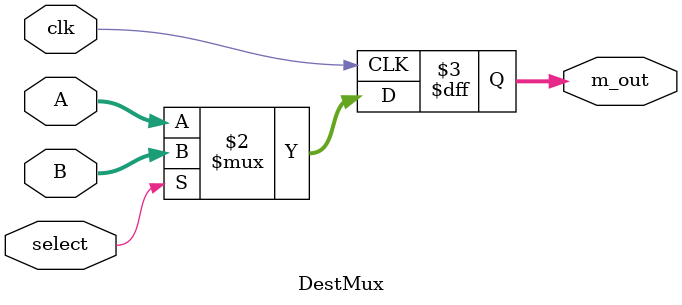
<source format=v>
module DestMux(m_out,A,B,select, clk);  
output reg [4:0] m_out;  input [4:0] A,B;  input select,clk; 
 
always @(posedge clk)
begin
 m_out = (select)? B:A; 
end

endmodule 

</source>
